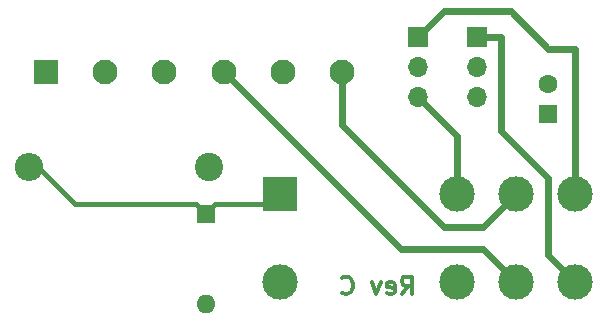
<source format=gbr>
%TF.GenerationSoftware,KiCad,Pcbnew,7.0.5*%
%TF.CreationDate,2023-09-05T23:41:28-04:00*%
%TF.ProjectId,relay-module,72656c61-792d-46d6-9f64-756c652e6b69,rev?*%
%TF.SameCoordinates,Original*%
%TF.FileFunction,Copper,L2,Bot*%
%TF.FilePolarity,Positive*%
%FSLAX46Y46*%
G04 Gerber Fmt 4.6, Leading zero omitted, Abs format (unit mm)*
G04 Created by KiCad (PCBNEW 7.0.5) date 2023-09-05 23:41:28*
%MOMM*%
%LPD*%
G01*
G04 APERTURE LIST*
%ADD10C,0.300000*%
%TA.AperFunction,NonConductor*%
%ADD11C,0.300000*%
%TD*%
%TA.AperFunction,ComponentPad*%
%ADD12R,1.700000X1.700000*%
%TD*%
%TA.AperFunction,ComponentPad*%
%ADD13O,1.700000X1.700000*%
%TD*%
%TA.AperFunction,ComponentPad*%
%ADD14C,2.400000*%
%TD*%
%TA.AperFunction,ComponentPad*%
%ADD15O,2.400000X2.400000*%
%TD*%
%TA.AperFunction,ComponentPad*%
%ADD16C,3.000000*%
%TD*%
%TA.AperFunction,ComponentPad*%
%ADD17R,3.000000X3.000000*%
%TD*%
%TA.AperFunction,ComponentPad*%
%ADD18R,2.100000X2.100000*%
%TD*%
%TA.AperFunction,ComponentPad*%
%ADD19C,2.100000*%
%TD*%
%TA.AperFunction,ComponentPad*%
%ADD20R,1.600000X1.600000*%
%TD*%
%TA.AperFunction,ComponentPad*%
%ADD21O,1.600000X1.600000*%
%TD*%
%TA.AperFunction,ComponentPad*%
%ADD22C,1.600000*%
%TD*%
%TA.AperFunction,Conductor*%
%ADD23C,0.600000*%
%TD*%
%TA.AperFunction,Conductor*%
%ADD24C,0.400000*%
%TD*%
G04 APERTURE END LIST*
D10*
D11*
X134588346Y-143800828D02*
X135088346Y-143086542D01*
X135445489Y-143800828D02*
X135445489Y-142300828D01*
X135445489Y-142300828D02*
X134874060Y-142300828D01*
X134874060Y-142300828D02*
X134731203Y-142372257D01*
X134731203Y-142372257D02*
X134659774Y-142443685D01*
X134659774Y-142443685D02*
X134588346Y-142586542D01*
X134588346Y-142586542D02*
X134588346Y-142800828D01*
X134588346Y-142800828D02*
X134659774Y-142943685D01*
X134659774Y-142943685D02*
X134731203Y-143015114D01*
X134731203Y-143015114D02*
X134874060Y-143086542D01*
X134874060Y-143086542D02*
X135445489Y-143086542D01*
X133374060Y-143729400D02*
X133516917Y-143800828D01*
X133516917Y-143800828D02*
X133802632Y-143800828D01*
X133802632Y-143800828D02*
X133945489Y-143729400D01*
X133945489Y-143729400D02*
X134016917Y-143586542D01*
X134016917Y-143586542D02*
X134016917Y-143015114D01*
X134016917Y-143015114D02*
X133945489Y-142872257D01*
X133945489Y-142872257D02*
X133802632Y-142800828D01*
X133802632Y-142800828D02*
X133516917Y-142800828D01*
X133516917Y-142800828D02*
X133374060Y-142872257D01*
X133374060Y-142872257D02*
X133302632Y-143015114D01*
X133302632Y-143015114D02*
X133302632Y-143157971D01*
X133302632Y-143157971D02*
X134016917Y-143300828D01*
X132802632Y-142800828D02*
X132445489Y-143800828D01*
X132445489Y-143800828D02*
X132088346Y-142800828D01*
X129516918Y-143657971D02*
X129588346Y-143729400D01*
X129588346Y-143729400D02*
X129802632Y-143800828D01*
X129802632Y-143800828D02*
X129945489Y-143800828D01*
X129945489Y-143800828D02*
X130159775Y-143729400D01*
X130159775Y-143729400D02*
X130302632Y-143586542D01*
X130302632Y-143586542D02*
X130374061Y-143443685D01*
X130374061Y-143443685D02*
X130445489Y-143157971D01*
X130445489Y-143157971D02*
X130445489Y-142943685D01*
X130445489Y-142943685D02*
X130374061Y-142657971D01*
X130374061Y-142657971D02*
X130302632Y-142515114D01*
X130302632Y-142515114D02*
X130159775Y-142372257D01*
X130159775Y-142372257D02*
X129945489Y-142300828D01*
X129945489Y-142300828D02*
X129802632Y-142300828D01*
X129802632Y-142300828D02*
X129588346Y-142372257D01*
X129588346Y-142372257D02*
X129516918Y-142443685D01*
D12*
%TO.P,JP2,1,Pin_1*%
%TO.N,Net-(JP2-Pin_1)*%
X141000000Y-122000000D03*
D13*
%TO.P,JP2,2,Pin_2*%
%TO.N,Net-(J1-Pin_5)*%
X141000000Y-124540000D03*
%TO.P,JP2,3,Pin_3*%
%TO.N,Net-(JP2-Pin_3)*%
X141000000Y-127080000D03*
%TD*%
D14*
%TO.P,R1,1*%
%TO.N,Net-(D1-+)*%
X118240000Y-133000000D03*
D15*
%TO.P,R1,2*%
%TO.N,Net-(D2-K)*%
X103000000Y-133000000D03*
%TD*%
D16*
%TO.P,K1,11*%
%TO.N,Net-(J1-Pin_6)*%
X144292500Y-135292500D03*
%TO.P,K1,12*%
%TO.N,Net-(JP1-Pin_3)*%
X139292500Y-135292500D03*
%TO.P,K1,14*%
%TO.N,Net-(JP1-Pin_1)*%
X149292500Y-135292500D03*
%TO.P,K1,21*%
%TO.N,Net-(J1-Pin_4)*%
X144292500Y-142792500D03*
%TO.P,K1,22*%
%TO.N,Net-(JP2-Pin_3)*%
X139292500Y-142792500D03*
%TO.P,K1,24*%
%TO.N,Net-(JP2-Pin_1)*%
X149292500Y-142792500D03*
D17*
%TO.P,K1,A1*%
%TO.N,Net-(D2-K)*%
X124292500Y-135292500D03*
D16*
%TO.P,K1,A2*%
%TO.N,Net-(D1--)*%
X124292500Y-142792500D03*
%TD*%
D12*
%TO.P,JP1,1,Pin_1*%
%TO.N,Net-(JP1-Pin_1)*%
X136000000Y-122000000D03*
D13*
%TO.P,JP1,2,Pin_2*%
%TO.N,Net-(J1-Pin_3)*%
X136000000Y-124540000D03*
%TO.P,JP1,3,Pin_3*%
%TO.N,Net-(JP1-Pin_3)*%
X136000000Y-127080000D03*
%TD*%
D18*
%TO.P,J1,1,Pin_1*%
%TO.N,Net-(J1-Pin_1)*%
X104500000Y-125000000D03*
D19*
%TO.P,J1,2,Pin_2*%
%TO.N,Net-(J1-Pin_2)*%
X109500000Y-125000000D03*
%TO.P,J1,3,Pin_3*%
%TO.N,Net-(J1-Pin_3)*%
X114500000Y-125000000D03*
%TO.P,J1,4,Pin_4*%
%TO.N,Net-(J1-Pin_4)*%
X119500000Y-125000000D03*
%TO.P,J1,5,Pin_5*%
%TO.N,Net-(J1-Pin_5)*%
X124500000Y-125000000D03*
%TO.P,J1,6,Pin_6*%
%TO.N,Net-(J1-Pin_6)*%
X129500000Y-125000000D03*
%TD*%
D20*
%TO.P,D2,1,K*%
%TO.N,Net-(D2-K)*%
X118000000Y-137000000D03*
D21*
%TO.P,D2,2,A*%
%TO.N,Net-(D1--)*%
X118000000Y-144620000D03*
%TD*%
D20*
%TO.P,C1,1*%
%TO.N,Net-(D1-+)*%
X147000000Y-128500000D03*
D22*
%TO.P,C1,2*%
%TO.N,Net-(D1--)*%
X147000000Y-126000000D03*
%TD*%
D23*
%TO.N,Net-(J1-Pin_6)*%
X129500000Y-125000000D02*
X129500000Y-129459798D01*
X138132702Y-138092500D02*
X141492500Y-138092500D01*
X129500000Y-129459798D02*
X138132702Y-138092500D01*
X141492500Y-138092500D02*
X144292500Y-135292500D01*
D24*
%TO.N,Net-(D2-K)*%
X117190000Y-136190000D02*
X118000000Y-137000000D01*
X118810000Y-136190000D02*
X123395000Y-136190000D01*
X118000000Y-137000000D02*
X118810000Y-136190000D01*
X103760000Y-133000000D02*
X106950000Y-136190000D01*
X106950000Y-136190000D02*
X117190000Y-136190000D01*
D23*
%TO.N,Net-(J1-Pin_4)*%
X119500000Y-125000000D02*
X134492500Y-139992500D01*
X134492500Y-139992500D02*
X141492500Y-139992500D01*
X141492500Y-139992500D02*
X144292500Y-142792500D01*
%TO.N,Net-(JP1-Pin_1)*%
X138150000Y-119850000D02*
X143850000Y-119850000D01*
X149292500Y-123000000D02*
X149292500Y-135292500D01*
X136000000Y-122000000D02*
X138150000Y-119850000D01*
X147000000Y-123000000D02*
X149292500Y-123000000D01*
X143850000Y-119850000D02*
X147000000Y-123000000D01*
%TO.N,Net-(JP1-Pin_3)*%
X139292500Y-135292500D02*
X139292500Y-130372500D01*
X139292500Y-130372500D02*
X136000000Y-127080000D01*
%TO.N,Net-(JP2-Pin_1)*%
X143000000Y-130000000D02*
X147000000Y-134000000D01*
X141000000Y-122000000D02*
X143000000Y-122000000D01*
X147000000Y-140500000D02*
X149292500Y-142792500D01*
X147000000Y-134000000D02*
X147000000Y-140500000D01*
X143000000Y-122000000D02*
X143000000Y-130000000D01*
%TD*%
M02*

</source>
